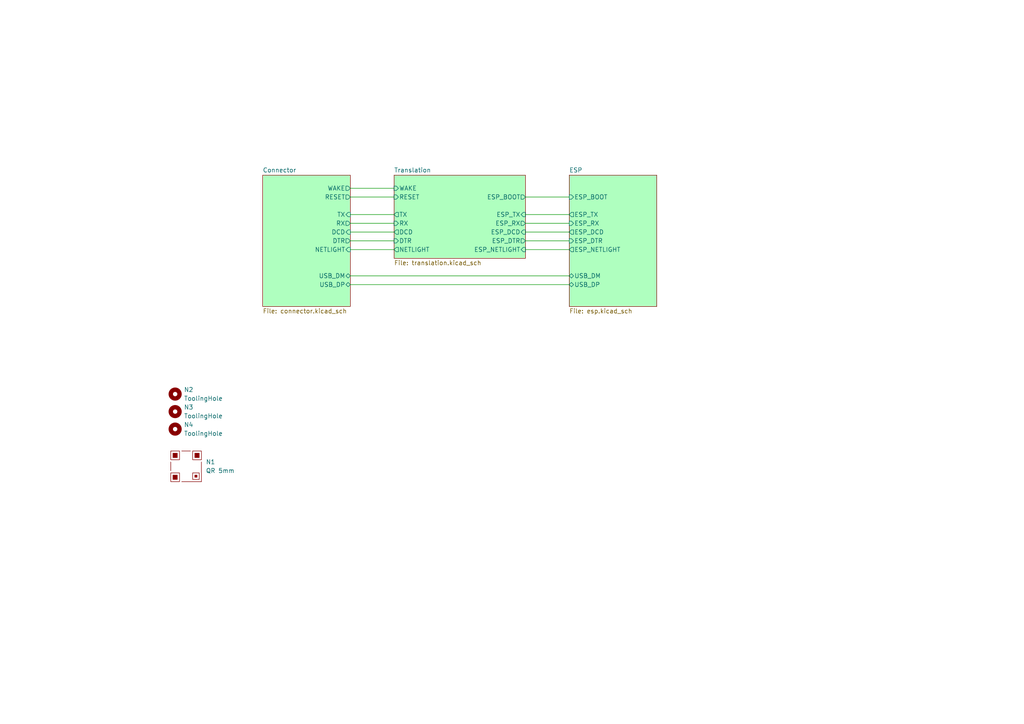
<source format=kicad_sch>
(kicad_sch (version 20250114) (generator "eeschema") (generator_version "9.0")
  (paper "A4")
  (lib_symbols
    (symbol "N_NonPart:QR_5mm_JLC" (in_bom no)
      (property "Reference" "N" (at 0.508 10.16 0))
      (property "Value" "QR 5mm" (at 4.572 -1.524 0))
      (symbol "QR_5mm_JLC_0_1"
        (rectangle (start 0 8.89) (end 2.54 6.35))
        (rectangle (start 0 2.54) (end 2.54 0))
        (rectangle (start 6.35 8.89) (end 8.89 6.35))
        (rectangle (start 6.35 2.54) (end 8.255 0.635))
      )
      (symbol "QR_5mm_JLC_1_1"
        (polyline (pts (xy 0 5.715) (xy 0 3.175)))
        (rectangle (start 0.635 8.255) (end 1.905 6.985) (fill (type outline)))
        (rectangle (start 0.635 1.905) (end 1.905 0.635) (fill (type outline)))
        (polyline (pts (xy 3.175 8.89) (xy 5.715 8.89)))
        (rectangle (start 6.985 8.255) (end 8.255 6.985) (fill (type outline)))
        (rectangle (start 6.985 1.905) (end 7.62 1.27) (fill (type outline)))
        (polyline (pts (xy 8.89 5.715) (xy 8.89 0)))
        (polyline (pts (xy 8.89 0) (xy 3.175 0)))
      )
    )
    (symbol "N_NonPart:ToolingHole_1mm" (in_bom no)
      (property "Reference" "N" (at 0 3.048 0))
      (property "Value" "ToolingHole" (at 0 -2.794 0))
      (symbol "ToolingHole_1mm_1_1"
        (circle (center 0 0) (radius 1.27) (stroke (width 1.27)))
      )
    )
  )
  (wire (pts (xy 152.4 64.77) (xy 165.1 64.77)))
  (wire (pts (xy 101.6 67.31) (xy 114.3 67.31)))
  (wire (pts (xy 152.4 62.23) (xy 165.1 62.23)))
  (wire (pts (xy 101.6 54.61) (xy 114.3 54.61)))
  (wire (pts (xy 152.4 57.15) (xy 165.1 57.15)))
  (wire (pts (xy 101.6 69.85) (xy 114.3 69.85)))
  (wire (pts (xy 101.6 80.01) (xy 165.1 80.01)))
  (wire (pts (xy 101.6 72.39) (xy 114.3 72.39)))
  (wire (pts (xy 152.4 67.31) (xy 165.1 67.31)))
  (wire (pts (xy 101.6 82.55) (xy 165.1 82.55)))
  (wire (pts (xy 101.6 64.77) (xy 114.3 64.77)))
  (wire (pts (xy 101.6 57.15) (xy 114.3 57.15)))
  (wire (pts (xy 152.4 72.39) (xy 165.1 72.39)))
  (wire (pts (xy 101.6 62.23) (xy 114.3 62.23)))
  (wire (pts (xy 152.4 69.85) (xy 165.1 69.85)))
  (symbol (lib_id "N_NonPart:ToolingHole_1mm") (at 50.8 119.38 0) (unit 1) (in_bom no)
    (property "Reference" "N3" (at 53.34 118.1099 0) (effects (justify left)))
    (property "Value" "ToolingHole" (at 53.34 120.6499 0) (effects (justify left)))
    (property "Footprint" "N_NonPart:ToolingHole_1mm" (effects (hide yes)))
    (property "Description" "TOOLING HOLE 1MM" (effects (hide yes)))
  )
  (symbol (lib_id "N_NonPart:ToolingHole_1mm") (at 50.8 124.46 0) (unit 1) (in_bom no)
    (property "Reference" "N4" (at 53.34 123.1899 0) (effects (justify left)))
    (property "Value" "ToolingHole" (at 53.34 125.7299 0) (effects (justify left)))
    (property "Footprint" "N_NonPart:ToolingHole_1mm" (effects (hide yes)))
    (property "Description" "TOOLING HOLE 1MM" (effects (hide yes)))
  )
  (symbol (lib_id "N_NonPart:ToolingHole_1mm") (at 50.8 114.3 0) (unit 1) (in_bom no)
    (property "Reference" "N2" (at 53.34 113.0299 0) (effects (justify left)))
    (property "Value" "ToolingHole" (at 53.34 115.5699 0) (effects (justify left)))
    (property "Footprint" "N_NonPart:ToolingHole_1mm" (effects (hide yes)))
    (property "Description" "TOOLING HOLE 1MM" (effects (hide yes)))
  )
  (symbol (lib_id "N_NonPart:QR_5mm_JLC") (at 49.53 139.7 0) (unit 1) (in_bom no)
    (property "Reference" "N1" (at 59.69 133.9849 0) (effects (justify left)))
    (property "Value" "QR 5mm" (at 59.69 136.5249 0) (effects (justify left)))
    (property "Footprint" "N_NonPart:QR_5mm_JLC" (effects (hide yes)))
    (property "Description" "QR 8mm JLCPCB" (effects (hide yes)))
  )
  (sheet (at 76.2 50.8) (size 25.4 38.1) (stroke (width 0.1524)) (fill (color 175 255 191 1.0000))
    (property "Sheetname" "Connector" (at 76.2 50.0884 0) (effects (justify left bottom)))
    (property "Sheetfile" "connector.kicad_sch" (at 76.2 89.4846 0) (effects (justify left top)))
    (pin "DCD" input (at 101.6 67.31 0))
    (pin "DTR" output (at 101.6 69.85 0))
    (pin "NETLIGHT" input (at 101.6 72.39 0))
    (pin "RESET" output (at 101.6 57.15 0))
    (pin "RX" output (at 101.6 64.77 0))
    (pin "TX" input (at 101.6 62.23 0))
    (pin "USB_DM" bidirectional (at 101.6 80.01 0))
    (pin "USB_DP" bidirectional (at 101.6 82.55 0))
    (pin "WAKE" output (at 101.6 54.61 0))
  )
  (sheet (at 165.1 50.8) (size 25.4 38.1) (stroke (width 0.1524)) (fill (color 175 255 191 1.0000))
    (property "Sheetname" "ESP" (at 165.1 50.0884 0) (effects (justify left bottom)))
    (property "Sheetfile" "esp.kicad_sch" (at 165.1 89.4846 0) (effects (justify left top)))
    (pin "ESP_BOOT" input (at 165.1 57.15 180))
    (pin "ESP_DCD" output (at 165.1 67.31 180))
    (pin "ESP_DTR" input (at 165.1 69.85 180))
    (pin "ESP_NETLIGHT" output (at 165.1 72.39 180))
    (pin "ESP_RX" input (at 165.1 64.77 180))
    (pin "ESP_TX" output (at 165.1 62.23 180))
    (pin "USB_DM" bidirectional (at 165.1 80.01 180))
    (pin "USB_DP" bidirectional (at 165.1 82.55 180))
  )
  (sheet (at 114.3 50.8) (size 38.1 24.13) (stroke (width 0.1524)) (fill (color 175 255 191 1.0000))
    (property "Sheetname" "Translation" (at 114.3 50.0884 0) (effects (justify left bottom)))
    (property "Sheetfile" "translation.kicad_sch" (at 114.3 75.5146 0) (effects (justify left top)))
    (pin "DCD" output (at 114.3 67.31 180))
    (pin "DTR" input (at 114.3 69.85 180))
    (pin "ESP_BOOT" output (at 152.4 57.15 0))
    (pin "ESP_DCD" input (at 152.4 67.31 0))
    (pin "ESP_DTR" output (at 152.4 69.85 0))
    (pin "ESP_NETLIGHT" input (at 152.4 72.39 0))
    (pin "ESP_RX" output (at 152.4 64.77 0))
    (pin "ESP_TX" input (at 152.4 62.23 0))
    (pin "NETLIGHT" output (at 114.3 72.39 180))
    (pin "RESET" input (at 114.3 57.15 180))
    (pin "RX" input (at 114.3 64.77 180))
    (pin "TX" output (at 114.3 62.23 180))
    (pin "WAKE" input (at 114.3 54.61 180))
  )
)
</source>
